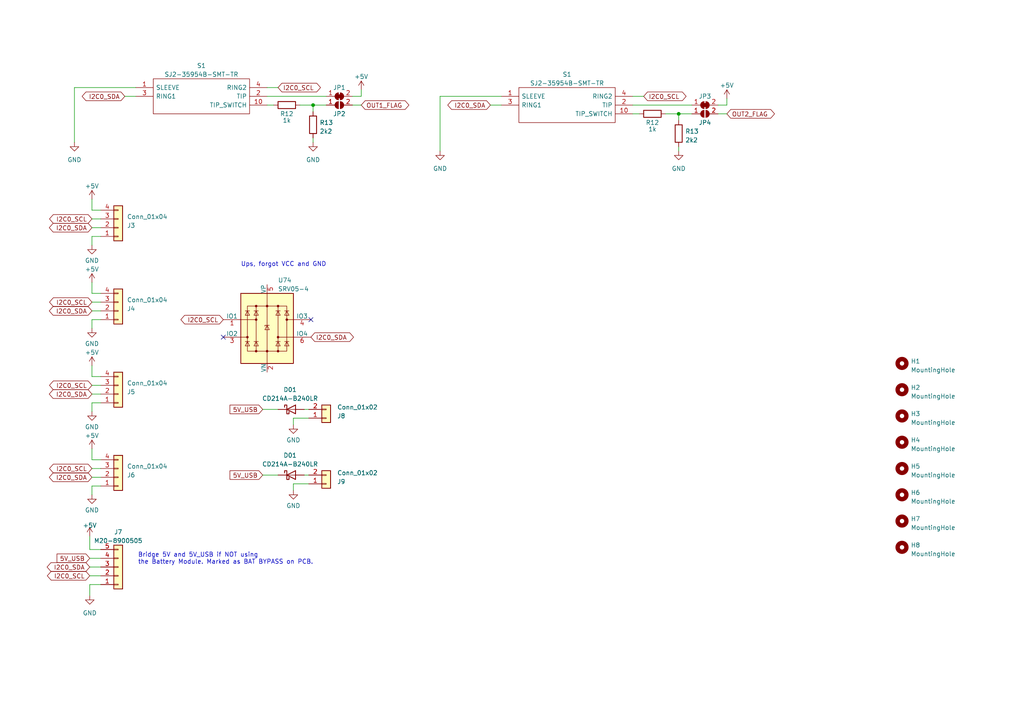
<source format=kicad_sch>
(kicad_sch (version 20230121) (generator eeschema)
  (paper "A4")
  (lib_symbols
    (symbol "Connector_Generic:Conn_01x02" (pin_names (offset 1.016) hide)
      (property "Reference" "J" (at 0 2.54 0))
      (property "Value" "Conn_01x02" (at 0 -5.08 0))
      (symbol "Conn_01x02_1_1"
        (rectangle (start -1.27 -2.413) (end 0 -2.667) (stroke (width 0.1524)))
        (rectangle (start -1.27 0.127) (end 0 -0.127) (stroke (width 0.1524)))
        (rectangle (start -1.27 1.27) (end 1.27 -3.81) (stroke (width 0.254)) (fill (type background)))
        (pin passive line (at -5.08 0 0) (length 3.81) (name "Pin_1") (number "1"))
        (pin passive line (at -5.08 -2.54 0) (length 3.81) (name "Pin_2") (number "2"))
      )
    )
    (symbol "Connector_Generic:Conn_01x04" (pin_names (offset 1.016) hide)
      (property "Reference" "J" (at 0 5.08 0))
      (property "Value" "Conn_01x04" (at 0 -7.62 0))
      (symbol "Conn_01x04_1_1"
        (rectangle (start -1.27 -4.953) (end 0 -5.207) (stroke (width 0.1524)))
        (rectangle (start -1.27 -2.413) (end 0 -2.667) (stroke (width 0.1524)))
        (rectangle (start -1.27 0.127) (end 0 -0.127) (stroke (width 0.1524)))
        (rectangle (start -1.27 2.667) (end 0 2.413) (stroke (width 0.1524)))
        (rectangle (start -1.27 3.81) (end 1.27 -6.35) (stroke (width 0.254)) (fill (type background)))
        (pin passive line (at -5.08 2.54 0) (length 3.81) (name "Pin_1") (number "1"))
        (pin passive line (at -5.08 0 0) (length 3.81) (name "Pin_2") (number "2"))
        (pin passive line (at -5.08 -2.54 0) (length 3.81) (name "Pin_3") (number "3"))
        (pin passive line (at -5.08 -5.08 0) (length 3.81) (name "Pin_4") (number "4"))
      )
    )
    (symbol "Connector_Generic:Conn_01x05" (pin_names (offset 1.016) hide)
      (property "Reference" "J" (at 0 7.62 0))
      (property "Value" "Conn_01x05" (at 0 -7.62 0))
      (symbol "Conn_01x05_1_1"
        (rectangle (start -1.27 -4.953) (end 0 -5.207) (stroke (width 0.1524)))
        (rectangle (start -1.27 -2.413) (end 0 -2.667) (stroke (width 0.1524)))
        (rectangle (start -1.27 0.127) (end 0 -0.127) (stroke (width 0.1524)))
        (rectangle (start -1.27 2.667) (end 0 2.413) (stroke (width 0.1524)))
        (rectangle (start -1.27 5.207) (end 0 4.953) (stroke (width 0.1524)))
        (rectangle (start -1.27 6.35) (end 1.27 -6.35) (stroke (width 0.254)) (fill (type background)))
        (pin passive line (at -5.08 5.08 0) (length 3.81) (name "Pin_1") (number "1"))
        (pin passive line (at -5.08 2.54 0) (length 3.81) (name "Pin_2") (number "2"))
        (pin passive line (at -5.08 0 0) (length 3.81) (name "Pin_3") (number "3"))
        (pin passive line (at -5.08 -2.54 0) (length 3.81) (name "Pin_4") (number "4"))
        (pin passive line (at -5.08 -5.08 0) (length 3.81) (name "Pin_5") (number "5"))
      )
    )
    (symbol "Device:D_Schottky" (pin_numbers hide) (pin_names (offset 1.016) hide)
      (property "Reference" "D" (at 0 2.54 0))
      (property "Value" "D_Schottky" (at 0 -2.54 0))
      (symbol "D_Schottky_0_1"
        (polyline (pts (xy 1.27 0) (xy -1.27 0)))
        (polyline (pts (xy 1.27 1.27) (xy 1.27 -1.27) (xy -1.27 0) (xy 1.27 1.27)) (stroke (width 0.254)))
        (polyline (pts (xy -1.905 0.635) (xy -1.905 1.27) (xy -1.27 1.27) (xy -1.27 -1.27) (xy -0.635 -1.27) (xy -0.635 -0.635)) (stroke (width 0.254)))
      )
      (symbol "D_Schottky_1_1"
        (pin passive line (at -3.81 0 0) (length 2.54) (name "K") (number "1"))
        (pin passive line (at 3.81 0 180) (length 2.54) (name "A") (number "2"))
      )
    )
    (symbol "Device:R" (pin_numbers hide) (pin_names (offset 0))
      (property "Reference" "R" (at 2.032 0 90))
      (property "Value" "R" (at 0 0 90))
      (symbol "R_0_1"
        (rectangle (start -1.016 -2.54) (end 1.016 2.54) (stroke (width 0.254)))
      )
      (symbol "R_1_1"
        (pin passive line (at 0 3.81 270) (length 1.27) (name "~") (number "1"))
        (pin passive line (at 0 -3.81 90) (length 1.27) (name "~") (number "2"))
      )
    )
    (symbol "Jumper:SolderJumper_2_Bridged" (pin_names (offset 0) hide)
      (property "Reference" "JP" (at 0 2.032 0))
      (property "Value" "SolderJumper_2_Bridged" (at 0 -2.54 0))
      (symbol "SolderJumper_2_Bridged_0_1"
        (rectangle (start -0.508 0.508) (end 0.508 -0.508) (fill (type outline)))
        (arc (start -0.254 1.016) (mid -1.2656 0) (end -0.254 -1.016))
        (arc (start -0.254 1.016) (mid -1.2656 0) (end -0.254 -1.016) (fill (type outline)))
        (polyline (pts (xy -0.254 1.016) (xy -0.254 -1.016)))
        (polyline (pts (xy 0.254 1.016) (xy 0.254 -1.016)))
        (arc (start 0.254 -1.016) (mid 1.2656 0) (end 0.254 1.016))
        (arc (start 0.254 -1.016) (mid 1.2656 0) (end 0.254 1.016) (fill (type outline)))
      )
      (symbol "SolderJumper_2_Bridged_1_1"
        (pin passive line (at -3.81 0 0) (length 2.54) (name "A") (number "1"))
        (pin passive line (at 3.81 0 180) (length 2.54) (name "B") (number "2"))
      )
    )
    (symbol "Jumper:SolderJumper_2_Open" (pin_names (offset 0) hide)
      (property "Reference" "JP" (at 0 2.032 0))
      (property "Value" "SolderJumper_2_Open" (at 0 -2.54 0))
      (symbol "SolderJumper_2_Open_0_1"
        (arc (start -0.254 1.016) (mid -1.2656 0) (end -0.254 -1.016))
        (arc (start -0.254 1.016) (mid -1.2656 0) (end -0.254 -1.016) (fill (type outline)))
        (polyline (pts (xy -0.254 1.016) (xy -0.254 -1.016)))
        (polyline (pts (xy 0.254 1.016) (xy 0.254 -1.016)))
        (arc (start 0.254 -1.016) (mid 1.2656 0) (end 0.254 1.016))
        (arc (start 0.254 -1.016) (mid 1.2656 0) (end 0.254 1.016) (fill (type outline)))
      )
      (symbol "SolderJumper_2_Open_1_1"
        (pin passive line (at -3.81 0 0) (length 2.54) (name "A") (number "1"))
        (pin passive line (at 3.81 0 180) (length 2.54) (name "B") (number "2"))
      )
    )
    (symbol "Mechanical:MountingHole" (pin_names (offset 1.016))
      (property "Reference" "H" (at 0 5.08 0))
      (property "Value" "MountingHole" (at 0 3.175 0))
      (symbol "MountingHole_0_1"
        (circle (center 0 0) (radius 1.27) (stroke (width 1.27)))
      )
    )
    (symbol "Power_Protection:SRV05-4" (pin_names (offset 0))
      (property "Reference" "U" (at -5.08 11.43 0))
      (property "Value" "SRV05-4" (at 2.54 11.43 0))
      (symbol "SRV05-4_0_0"
        (rectangle (start -5.715 6.477) (end 5.715 -6.604))
        (polyline (pts (xy -3.175 -6.604) (xy -3.175 6.477)))
        (polyline (pts (xy 3.175 6.477) (xy 3.175 -6.604)))
      )
      (symbol "SRV05-4_0_1"
        (rectangle (start -7.62 10.16) (end 7.62 -10.16) (stroke (width 0.254)) (fill (type background)))
        (circle (center -5.715 -2.54) (radius 0.2794) (fill (type outline)))
        (circle (center -3.175 -6.604) (radius 0.2794) (fill (type outline)))
        (circle (center -3.175 2.54) (radius 0.2794) (fill (type outline)))
        (circle (center -3.175 6.477) (radius 0.2794) (fill (type outline)))
        (circle (center 0 -6.604) (radius 0.2794) (fill (type outline)))
        (polyline (pts (xy -7.747 2.54) (xy -3.175 2.54)))
        (polyline (pts (xy -7.62 -2.54) (xy -5.715 -2.54)))
        (polyline (pts (xy -5.08 -3.81) (xy -6.35 -3.81)))
        (polyline (pts (xy -5.08 5.08) (xy -6.35 5.08)))
        (polyline (pts (xy -2.54 -3.81) (xy -3.81 -3.81)))
        (polyline (pts (xy -2.54 5.08) (xy -3.81 5.08)))
        (polyline (pts (xy 0 10.16) (xy 0 -10.16)))
        (polyline (pts (xy 3.81 -3.81) (xy 2.54 -3.81)))
        (polyline (pts (xy 3.81 5.08) (xy 2.54 5.08)))
        (polyline (pts (xy 6.35 -3.81) (xy 5.08 -3.81)))
        (polyline (pts (xy 6.35 5.08) (xy 5.08 5.08)))
        (polyline (pts (xy 7.62 -2.54) (xy 3.175 -2.54)))
        (polyline (pts (xy 7.62 2.54) (xy 5.715 2.54)))
        (polyline (pts (xy 0.635 0.889) (xy -0.635 0.889) (xy -0.635 0.635)))
        (polyline (pts (xy -5.08 -5.08) (xy -6.35 -5.08) (xy -5.715 -3.81) (xy -5.08 -5.08)))
        (polyline (pts (xy -5.08 3.81) (xy -6.35 3.81) (xy -5.715 5.08) (xy -5.08 3.81)))
        (polyline (pts (xy -2.54 -5.08) (xy -3.81 -5.08) (xy -3.175 -3.81) (xy -2.54 -5.08)))
        (polyline (pts (xy -2.54 3.81) (xy -3.81 3.81) (xy -3.175 5.08) (xy -2.54 3.81)))
        (polyline (pts (xy 0.635 -0.381) (xy -0.635 -0.381) (xy 0 0.889) (xy 0.635 -0.381)))
        (polyline (pts (xy 3.81 -5.08) (xy 2.54 -5.08) (xy 3.175 -3.81) (xy 3.81 -5.08)))
        (polyline (pts (xy 3.81 3.81) (xy 2.54 3.81) (xy 3.175 5.08) (xy 3.81 3.81)))
        (polyline (pts (xy 6.35 -5.08) (xy 5.08 -5.08) (xy 5.715 -3.81) (xy 6.35 -5.08)))
        (polyline (pts (xy 6.35 3.81) (xy 5.08 3.81) (xy 5.715 5.08) (xy 6.35 3.81)))
        (circle (center 0 6.477) (radius 0.2794) (fill (type outline)))
        (circle (center 3.175 -6.604) (radius 0.2794) (fill (type outline)))
        (circle (center 3.175 -2.54) (radius 0.2794) (fill (type outline)))
        (circle (center 3.175 6.477) (radius 0.2794) (fill (type outline)))
        (circle (center 5.715 2.54) (radius 0.2794) (fill (type outline)))
      )
      (symbol "SRV05-4_1_1"
        (pin passive line (at -12.7 2.54 0) (length 5.08) (name "IO1") (number "1"))
        (pin passive line (at 0 -12.7 90) (length 2.54) (name "VN") (number "2"))
        (pin passive line (at -12.7 -2.54 0) (length 5.08) (name "IO2") (number "3"))
        (pin passive line (at 12.7 2.54 180) (length 5.08) (name "IO3") (number "4"))
        (pin passive line (at 0 12.7 270) (length 2.54) (name "VP") (number "5"))
        (pin passive line (at 12.7 -2.54 180) (length 5.08) (name "IO4") (number "6"))
      )
    )
    (symbol "SamacSys_Parts:SJ2-35954B-SMT-TR" (pin_names (offset 0.762))
      (property "Reference" "S" (at 34.29 7.62 0))
      (property "Value" "SJ2-35954B-SMT-TR" (at 34.29 5.08 0))
      (symbol "SJ2-35954B-SMT-TR_0_0"
        (pin passive line (at 0 0 0) (length 5.08) (name "SLEEVE") (number "1"))
        (pin passive line (at 38.1 -5.08 180) (length 5.08) (name "TIP_SWITCH") (number "10"))
        (pin passive line (at 38.1 -2.54 180) (length 5.08) (name "TIP") (number "2"))
        (pin passive line (at 0 -2.54 0) (length 5.08) (name "RING1") (number "3"))
        (pin passive line (at 38.1 0 180) (length 5.08) (name "RING2") (number "4"))
      )
      (symbol "SJ2-35954B-SMT-TR_0_1"
        (polyline (pts (xy 5.08 2.54) (xy 33.02 2.54) (xy 33.02 -7.62) (xy 5.08 -7.62) (xy 5.08 2.54)) (stroke (width 0.1524)))
      )
    )
    (symbol "power:+5V" (power) (pin_names (offset 0))
      (property "Value" "+5V" (at 0 3.556 0))
      (symbol "+5V_0_1"
        (polyline (pts (xy -0.762 1.27) (xy 0 2.54)))
        (polyline (pts (xy 0 0) (xy 0 2.54)))
        (polyline (pts (xy 0 2.54) (xy 0.762 1.27)))
      )
      (symbol "+5V_1_1"
        (pin power_in line (at 0 0 90) (length 0) hide (name "+5V") (number "1"))
      )
    )
    (symbol "power:GND" (power) (pin_names (offset 0))
      (property "Value" "GND" (at 0 -3.81 0))
      (symbol "GND_0_1"
        (polyline (pts (xy 0 0) (xy 0 -1.27) (xy 1.27 -1.27) (xy 0 -2.54) (xy -1.27 -1.27) (xy 0 -1.27)))
      )
      (symbol "GND_1_1"
        (pin power_in line (at 0 0 270) (length 0) hide (name "GND") (number "1"))
      )
    )
  )
  (junction (at 196.85 33.02))
  (junction (at 90.805 30.48))
  (no_connect (at 64.77 97.79))
  (no_connect (at 90.17 92.71))
  (wire (pts (xy 183.515 30.48) (xy 200.66 30.48)))
  (wire (pts (xy 208.28 30.48) (xy 210.82 30.48)))
  (wire (pts (xy 29.21 133.35) (xy 26.67 133.35)))
  (wire (pts (xy 85.09 140.335) (xy 85.09 142.24)))
  (wire (pts (xy 26.67 138.43) (xy 29.21 138.43)))
  (wire (pts (xy 29.21 109.22) (xy 26.67 109.22)))
  (wire (pts (xy 26.035 164.465) (xy 29.21 164.465)))
  (wire (pts (xy 76.2 137.795) (xy 80.645 137.795)))
  (wire (pts (xy 29.21 68.58) (xy 26.67 68.58)))
  (wire (pts (xy 90.805 30.48) (xy 86.995 30.48)))
  (wire (pts (xy 90.805 32.385) (xy 90.805 30.48)))
  (wire (pts (xy 26.67 114.3) (xy 29.21 114.3)))
  (wire (pts (xy 77.47 25.4) (xy 80.645 25.4)))
  (wire (pts (xy 26.67 140.97) (xy 26.67 143.51)))
  (wire (pts (xy 29.21 92.71) (xy 26.67 92.71)))
  (wire (pts (xy 26.67 66.04) (xy 29.21 66.04)))
  (wire (pts (xy 26.67 92.71) (xy 26.67 95.25)))
  (wire (pts (xy 102.235 27.94) (xy 104.775 27.94)))
  (wire (pts (xy 77.47 27.94) (xy 94.615 27.94)))
  (wire (pts (xy 104.775 27.94) (xy 104.775 26.035)))
  (wire (pts (xy 29.21 159.385) (xy 26.035 159.385)))
  (wire (pts (xy 145.415 27.94) (xy 127.635 27.94)))
  (wire (pts (xy 29.21 116.84) (xy 26.67 116.84)))
  (wire (pts (xy 196.85 34.925) (xy 196.85 33.02)))
  (wire (pts (xy 21.59 25.4) (xy 21.59 41.275)))
  (wire (pts (xy 196.85 33.02) (xy 200.66 33.02)))
  (wire (pts (xy 26.67 116.84) (xy 26.67 119.38)))
  (wire (pts (xy 26.67 133.35) (xy 26.67 130.175)))
  (wire (pts (xy 26.67 60.96) (xy 26.67 57.785)))
  (wire (pts (xy 102.235 30.48) (xy 104.775 30.48)))
  (wire (pts (xy 29.21 140.97) (xy 26.67 140.97)))
  (wire (pts (xy 196.85 42.545) (xy 196.85 43.815)))
  (wire (pts (xy 26.67 63.5) (xy 29.21 63.5)))
  (wire (pts (xy 142.24 30.48) (xy 145.415 30.48)))
  (wire (pts (xy 26.67 109.22) (xy 26.67 106.045)))
  (wire (pts (xy 89.535 140.335) (xy 85.09 140.335)))
  (wire (pts (xy 36.195 27.94) (xy 39.37 27.94)))
  (wire (pts (xy 26.035 167.005) (xy 29.21 167.005)))
  (wire (pts (xy 26.035 161.925) (xy 29.21 161.925)))
  (wire (pts (xy 26.035 169.545) (xy 26.035 172.72)))
  (wire (pts (xy 39.37 25.4) (xy 21.59 25.4)))
  (wire (pts (xy 29.21 85.09) (xy 26.67 85.09)))
  (wire (pts (xy 127.635 27.94) (xy 127.635 43.815)))
  (wire (pts (xy 26.67 111.76) (xy 29.21 111.76)))
  (wire (pts (xy 208.28 33.02) (xy 210.82 33.02)))
  (wire (pts (xy 26.035 159.385) (xy 26.035 155.575)))
  (wire (pts (xy 77.47 30.48) (xy 79.375 30.48)))
  (wire (pts (xy 88.265 137.795) (xy 89.535 137.795)))
  (wire (pts (xy 29.21 60.96) (xy 26.67 60.96)))
  (wire (pts (xy 90.805 40.005) (xy 90.805 41.275)))
  (wire (pts (xy 210.82 30.48) (xy 210.82 28.575)))
  (wire (pts (xy 26.67 68.58) (xy 26.67 71.12)))
  (wire (pts (xy 183.515 27.94) (xy 186.69 27.94)))
  (wire (pts (xy 90.805 30.48) (xy 94.615 30.48)))
  (wire (pts (xy 196.85 33.02) (xy 193.04 33.02)))
  (wire (pts (xy 26.67 90.17) (xy 29.21 90.17)))
  (wire (pts (xy 26.67 135.89) (xy 29.21 135.89)))
  (wire (pts (xy 183.515 33.02) (xy 185.42 33.02)))
  (wire (pts (xy 26.67 87.63) (xy 29.21 87.63)))
  (wire (pts (xy 89.535 121.285) (xy 85.09 121.285)))
  (wire (pts (xy 88.265 118.745) (xy 89.535 118.745)))
  (wire (pts (xy 26.67 85.09) (xy 26.67 81.915)))
  (wire (pts (xy 85.09 121.285) (xy 85.09 123.19)))
  (wire (pts (xy 29.21 169.545) (xy 26.035 169.545)))
  (wire (pts (xy 76.2 118.745) (xy 80.645 118.745)))
  (text "Ups, forgot VCC and GND" (at 69.85 77.47 0) (effects (font (size 1.27 1.27)) (justify left bottom)))
  (text "Bridge 5V and 5V_USB if NOT using\nthe Battery Module. Marked as BAT BYPASS on PCB." (at 40.005 163.83 0) (effects (font (size 1.27 1.27)) (justify left bottom)))
  (global_label "5V_USB" (shape input) (at 76.2 118.745 180) (property "Intersheetrefs" "${INTERSHEET_REFS}" (effects hide)))
  (global_label "I2C0_SCL" (shape bidirectional) (at 64.77 92.71 180) (property "Intersheetrefs" "${INTERSHEET_REFS}" (effects hide)))
  (global_label "I2C0_SCL" (shape bidirectional) (at 26.67 63.5 180) (property "Intersheetrefs" "${INTERSHEET_REFS}" (effects hide)))
  (global_label "I2C0_SCL" (shape bidirectional) (at 26.67 135.89 180) (property "Intersheetrefs" "${INTERSHEET_REFS}" (effects hide)))
  (global_label "I2C0_SDA" (shape bidirectional) (at 142.24 30.48 180) (property "Intersheetrefs" "${INTERSHEET_REFS}" (effects hide)))
  (global_label "I2C0_SDA" (shape bidirectional) (at 26.67 138.43 180) (property "Intersheetrefs" "${INTERSHEET_REFS}" (effects hide)))
  (global_label "5V_USB" (shape input) (at 26.035 161.925 180) (property "Intersheetrefs" "${INTERSHEET_REFS}" (effects hide)))
  (global_label "I2C0_SDA" (shape bidirectional) (at 36.195 27.94 180) (property "Intersheetrefs" "${INTERSHEET_REFS}" (effects hide)))
  (global_label "I2C0_SCL" (shape bidirectional) (at 80.645 25.4 0) (property "Intersheetrefs" "${INTERSHEET_REFS}" (effects hide)))
  (global_label "I2C0_SDA" (shape bidirectional) (at 26.67 66.04 180) (property "Intersheetrefs" "${INTERSHEET_REFS}" (effects hide)))
  (global_label "I2C0_SDA" (shape bidirectional) (at 26.67 114.3 180) (property "Intersheetrefs" "${INTERSHEET_REFS}" (effects hide)))
  (global_label "I2C0_SDA" (shape bidirectional) (at 26.67 90.17 180) (property "Intersheetrefs" "${INTERSHEET_REFS}" (effects hide)))
  (global_label "I2C0_SDA" (shape bidirectional) (at 90.17 97.79 0) (property "Intersheetrefs" "${INTERSHEET_REFS}" (effects hide)))
  (global_label "OUT2_FLAG" (shape bidirectional) (at 210.82 33.02 0) (property "Intersheetrefs" "${INTERSHEET_REFS}" (effects hide)))
  (global_label "I2C0_SCL" (shape bidirectional) (at 26.67 111.76 180) (property "Intersheetrefs" "${INTERSHEET_REFS}" (effects hide)))
  (global_label "I2C0_SDA" (shape bidirectional) (at 26.035 164.465 180) (property "Intersheetrefs" "${INTERSHEET_REFS}" (effects hide)))
  (global_label "I2C0_SCL" (shape bidirectional) (at 186.69 27.94 0) (property "Intersheetrefs" "${INTERSHEET_REFS}" (effects hide)))
  (global_label "OUT1_FLAG" (shape bidirectional) (at 104.775 30.48 0) (property "Intersheetrefs" "${INTERSHEET_REFS}" (effects hide)))
  (global_label "I2C0_SCL" (shape bidirectional) (at 26.67 87.63 180) (property "Intersheetrefs" "${INTERSHEET_REFS}" (effects hide)))
  (global_label "I2C0_SCL" (shape bidirectional) (at 26.035 167.005 180) (property "Intersheetrefs" "${INTERSHEET_REFS}" (effects hide)))
  (global_label "5V_USB" (shape input) (at 76.2 137.795 180) (property "Intersheetrefs" "${INTERSHEET_REFS}" (effects hide)))
  (symbol (lib_id "Power_Protection:SRV05-4") (at 77.47 95.25 0) (unit 1)
    (property "Reference" "U74" (at 80.6197 81.28 0) (effects (justify left)))
    (property "Value" "SRV05-4" (at 80.6197 83.82 0) (effects (justify left)))
    (property "Footprint" "Package_TO_SOT_SMD:SOT-23-6" (effects hide))
    (property "Datasheet" "http://www.onsemi.com/pub/Collateral/SRV05-4-D.PDF" (effects hide))
  )
  (symbol (lib_id "power:GND") (at 196.85 43.815 0) (unit 1)
    (property "Reference" "#PWR028" (effects hide))
    (property "Value" "GND" (at 196.85 48.895 0))
    (instances (project "The Typeuwu" (path "" (reference "#PWR028") (unit 1)) (path "" (reference "#PWR068") (unit 1))))
  )
  (symbol (lib_id "power:GND") (at 90.805 41.275 0) (unit 1)
    (property "Reference" "#PWR028" (effects hide))
    (property "Value" "GND" (at 90.805 46.355 0))
  )
  (symbol (lib_id "power:+5V") (at 26.035 155.575 0) (unit 1)
    (property "Reference" "#PWR095" (effects hide))
    (property "Value" "+5V" (at 26.035 152.4 0))
  )
  (symbol (lib_id "Mechanical:MountingHole") (at 261.62 128.27 0) (unit 1)
    (property "Reference" "H4" (at 264.16 127.635 0) (effects (justify left)))
    (property "Value" "MountingHole" (at 264.16 130.175 0) (effects (justify left)))
    (property "Footprint" "MountingHole:MountingHole_3.2mm_M3_DIN965_Pad" (effects hide))
  )
  (symbol (lib_id "Jumper:SolderJumper_2_Open") (at 204.47 33.02 0) (unit 1)
    (property "Reference" "JP4" (at 204.47 35.56 0))
    (property "Value" "SolderJumper_2_Open" (effects hide))
    (property "Footprint" "Jumper:SolderJumper-2_P1.3mm_Open_Pad1.0x1.5mm" (effects hide))
  )
  (symbol (lib_id "Device:R") (at 196.85 38.735 180) (unit 1)
    (property "Reference" "R13" (at 198.755 38.1 0) (effects (justify right)))
    (property "Value" "2k2" (at 198.755 40.64 0) (effects (justify right)))
    (property "Footprint" "Resistor_SMD:R_0603_1608Metric" (effects hide))
    (instances (project "The Typeuwu" (path "" (reference "R13") (unit 1)) (path "" (reference "R16") (unit 1))))
  )
  (symbol (lib_id "Device:R") (at 90.805 36.195 180) (unit 1)
    (property "Reference" "R13" (at 92.71 35.56 0) (effects (justify right)))
    (property "Value" "2k2" (at 92.71 38.1 0) (effects (justify right)))
    (property "Footprint" "Resistor_SMD:R_0603_1608Metric" (effects hide))
  )
  (symbol (lib_id "power:GND") (at 26.67 95.25 0) (unit 1)
    (property "Reference" "#PWR038" (effects hide))
    (property "Value" "GND" (at 26.67 99.695 0))
  )
  (symbol (lib_id "power:+5V") (at 26.67 106.045 0) (unit 1)
    (property "Reference" "#PWR026" (effects hide))
    (property "Value" "+5V" (at 26.67 102.235 0))
    (instances (project "The Typeuwu" (path "" (reference "#PWR026") (unit 1)) (path "" (reference "#PWR041") (unit 1))))
  )
  (symbol (lib_id "Jumper:SolderJumper_2_Open") (at 98.425 30.48 0) (unit 1)
    (property "Reference" "JP2" (at 98.425 33.02 0))
    (property "Value" "SolderJumper_2_Open" (effects hide))
    (property "Footprint" "Jumper:SolderJumper-2_P1.3mm_Open_Pad1.0x1.5mm" (effects hide))
  )
  (symbol (lib_id "Device:D_Schottky") (at 84.455 118.745 0) (unit 1)
    (property "Reference" "D01" (at 84.1375 113.03 0))
    (property "Value" "CD214A-B240LR" (at 84.1375 115.57 0))
    (property "Footprint" "Diode_custom:CD214A-B240LR" (effects hide))
    (instances (project "The Typeuwu" (path "" (reference "D01") (unit 1)) (path "" (reference "D02") (unit 1))))
  )
  (symbol (lib_id "Mechanical:MountingHole") (at 261.62 143.51 0) (unit 1)
    (property "Reference" "H6" (at 264.16 142.875 0) (effects (justify left)))
    (property "Value" "MountingHole" (at 264.16 145.415 0) (effects (justify left)))
    (property "Footprint" "MountingHole:MountingHole_3.2mm_M3_DIN965_Pad" (effects hide))
  )
  (symbol (lib_id "power:GND") (at 85.09 142.24 0) (unit 1)
    (property "Reference" "#PWR098" (effects hide))
    (property "Value" "GND" (at 85.09 146.685 0))
  )
  (symbol (lib_id "Connector_Generic:Conn_01x02") (at 94.615 140.335 0) (mirror x) (unit 1)
    (property "Reference" "J9" (at 97.79 139.7 0) (effects (justify left)))
    (property "Value" "Conn_01x02" (at 97.79 137.16 0) (effects (justify left)))
    (property "Footprint" "Connector_custom:POGO Magnetic 2 Pin 2,8mm Horizontal" (effects hide))
  )
  (symbol (lib_id "Device:R") (at 189.23 33.02 90) (unit 1)
    (property "Reference" "R12" (at 189.23 35.56 90))
    (property "Value" "1k" (at 189.23 37.465 90))
    (property "Footprint" "Resistor_SMD:R_0603_1608Metric" (effects hide))
    (instances (project "The Typeuwu" (path "" (reference "R12") (unit 1)) (path "" (reference "R15") (unit 1))))
  )
  (symbol (lib_id "Connector_Generic:Conn_01x02") (at 94.615 121.285 0) (mirror x) (unit 1)
    (property "Reference" "J8" (at 97.79 120.65 0) (effects (justify left)))
    (property "Value" "Conn_01x02" (at 97.79 118.11 0) (effects (justify left)))
    (property "Footprint" "Connector_custom:POGO Magnetic 2 Pin 2,8mm Horizontal" (effects hide))
  )
  (symbol (lib_id "Mechanical:MountingHole") (at 261.62 120.65 0) (unit 1)
    (property "Reference" "H3" (at 264.16 120.015 0) (effects (justify left)))
    (property "Value" "MountingHole" (at 264.16 122.555 0) (effects (justify left)))
    (property "Footprint" "MountingHole:MountingHole_3.2mm_M3_DIN965_Pad" (effects hide))
  )
  (symbol (lib_id "SamacSys_Parts:SJ2-35954B-SMT-TR") (at 39.37 25.4 0) (unit 1)
    (property "Reference" "S1" (at 58.42 19.05 0))
    (property "Value" "SJ2-35954B-SMT-TR" (at 58.42 21.59 0))
    (property "Footprint" "SamacSys:SJ235954BSMTTR" (effects hide))
    (property "Datasheet" "https://www.arrow.com/en/products/sj2-35954b-smt-tr/cui-devices" (effects hide))
    (property "Description" "Phone Connectors 3.5mm Audio Jack SMT 4conductr Tip switc-1" (effects hide))
    (property "Height" "4.15" (effects hide))
    (property "Mouser Part Number" "490-SJ2-35954BSMT-TR" (effects hide))
    (property "Mouser Price/Stock" "https://www.mouser.co.uk/ProductDetail/CUI-Devices/SJ2-35954B-SMT-TR?qs=DXv0QSHKF4xFg%252BzFD15Yig%3D%3D" (effects hide))
    (property "Manufacturer_Name" "CUI Inc." (effects hide))
    (property "Manufacturer_Part_Number" "SJ2-35954B-SMT-TR" (effects hide))
  )
  (symbol (lib_id "Connector_Generic:Conn_01x04") (at 34.29 90.17 0) (mirror x) (unit 1)
    (property "Reference" "J4" (at 36.83 89.535 0) (effects (justify left)))
    (property "Value" "Conn_01x04" (at 36.83 86.995 0) (effects (justify left)))
    (property "Footprint" "Connector_custom:POGO Magnetic 4 Pin 2,2mm Horizontal" (effects hide))
  )
  (symbol (lib_id "power:+5V") (at 26.67 130.175 0) (unit 1)
    (property "Reference" "#PWR026" (effects hide))
    (property "Value" "+5V" (at 26.67 126.365 0))
    (instances (project "The Typeuwu" (path "" (reference "#PWR026") (unit 1)) (path "" (reference "#PWR056") (unit 1))))
  )
  (symbol (lib_id "power:+5V") (at 210.82 28.575 0) (unit 1)
    (property "Reference" "#PWR026" (effects hide))
    (property "Value" "+5V" (at 210.82 24.765 0))
    (instances (project "The Typeuwu" (path "" (reference "#PWR026") (unit 1)) (path "" (reference "#PWR062") (unit 1))))
  )
  (symbol (lib_id "Connector_Generic:Conn_01x04") (at 34.29 138.43 0) (mirror x) (unit 1)
    (property "Reference" "J6" (at 36.83 137.795 0) (effects (justify left)))
    (property "Value" "Conn_01x04" (at 36.83 135.255 0) (effects (justify left)))
    (property "Footprint" "Connector_custom:POGO Magnetic 4 Pin 2,2mm Horizontal" (effects hide))
  )
  (symbol (lib_id "power:GND") (at 21.59 41.275 0) (unit 1)
    (property "Reference" "#PWR027" (effects hide))
    (property "Value" "GND" (at 21.59 46.355 0))
  )
  (symbol (lib_id "Mechanical:MountingHole") (at 261.62 135.89 0) (unit 1)
    (property "Reference" "H5" (at 264.16 135.255 0) (effects (justify left)))
    (property "Value" "MountingHole" (at 264.16 137.795 0) (effects (justify left)))
    (property "Footprint" "MountingHole:MountingHole_3.2mm_M3_DIN965_Pad" (effects hide))
  )
  (symbol (lib_id "power:GND") (at 26.035 172.72 0) (unit 1)
    (property "Reference" "#PWR092" (effects hide))
    (property "Value" "GND" (at 26.035 177.8 0))
  )
  (symbol (lib_id "Jumper:SolderJumper_2_Bridged") (at 98.425 27.94 0) (unit 1)
    (property "Reference" "JP1" (at 98.425 25.4 0))
    (property "Value" "SolderJumper_2_Bridged" (effects hide))
    (property "Footprint" "Jumper:SolderJumper-2_P1.3mm_Bridged_Pad1.0x1.5mm" (effects hide))
  )
  (symbol (lib_id "Mechanical:MountingHole") (at 261.62 105.41 0) (unit 1)
    (property "Reference" "H1" (at 264.16 104.775 0) (effects (justify left)))
    (property "Value" "MountingHole" (at 264.16 107.315 0) (effects (justify left)))
    (property "Footprint" "MountingHole:MountingHole_3.2mm_M3_DIN965_Pad" (effects hide))
  )
  (symbol (lib_id "Mechanical:MountingHole") (at 261.62 158.75 0) (unit 1)
    (property "Reference" "H8" (at 264.16 158.115 0) (effects (justify left)))
    (property "Value" "MountingHole" (at 264.16 160.655 0) (effects (justify left)))
    (property "Footprint" "MountingHole:MountingHole_3.2mm_M3_DIN965_Pad" (effects hide))
  )
  (symbol (lib_id "Mechanical:MountingHole") (at 261.62 113.03 0) (unit 1)
    (property "Reference" "H2" (at 264.16 112.395 0) (effects (justify left)))
    (property "Value" "MountingHole" (at 264.16 114.935 0) (effects (justify left)))
    (property "Footprint" "MountingHole:MountingHole_3.2mm_M3_DIN965_Pad" (effects hide))
  )
  (symbol (lib_id "power:GND") (at 26.67 143.51 0) (unit 1)
    (property "Reference" "#PWR059" (effects hide))
    (property "Value" "GND" (at 26.67 147.955 0))
  )
  (symbol (lib_id "power:+5V") (at 104.775 26.035 0) (unit 1)
    (property "Reference" "#PWR026" (effects hide))
    (property "Value" "+5V" (at 104.775 22.225 0))
  )
  (symbol (lib_id "Device:R") (at 83.185 30.48 90) (unit 1)
    (property "Reference" "R12" (at 83.185 33.02 90))
    (property "Value" "1k" (at 83.185 34.925 90))
    (property "Footprint" "Resistor_SMD:R_0603_1608Metric" (effects hide))
  )
  (symbol (lib_id "Device:D_Schottky") (at 84.455 137.795 0) (unit 1)
    (property "Reference" "D01" (at 84.1375 132.08 0))
    (property "Value" "CD214A-B240LR" (at 84.1375 134.62 0))
    (property "Footprint" "Diode_custom:CD214A-B240LR" (effects hide))
    (instances (project "The Typeuwu" (path "" (reference "D01") (unit 1)) (path "" (reference "D03") (unit 1))))
  )
  (symbol (lib_id "Connector_Generic:Conn_01x05") (at 34.29 164.465 0) (mirror x) (unit 1)
    (property "Reference" "J7" (at 34.29 154.305 0))
    (property "Value" "M20-8900505" (at 34.29 156.845 0))
    (property "Footprint" "Connector_Harwin:Harwin_M20-89005xx_1x05_P2.54mm_Horizontal" (effects hide))
  )
  (symbol (lib_id "Connector_Generic:Conn_01x04") (at 34.29 114.3 0) (mirror x) (unit 1)
    (property "Reference" "J5" (at 36.83 113.665 0) (effects (justify left)))
    (property "Value" "Conn_01x04" (at 36.83 111.125 0) (effects (justify left)))
    (property "Footprint" "Connector_custom:POGO Magnetic 4 Pin 2,2mm Horizontal" (effects hide))
  )
  (symbol (lib_id "Mechanical:MountingHole") (at 261.62 151.13 0) (unit 1)
    (property "Reference" "H7" (at 264.16 150.495 0) (effects (justify left)))
    (property "Value" "MountingHole" (at 264.16 153.035 0) (effects (justify left)))
    (property "Footprint" "MountingHole:MountingHole_3.2mm_M3_DIN965_Pad" (effects hide))
  )
  (symbol (lib_id "power:+5V") (at 26.67 57.785 0) (unit 1)
    (property "Reference" "#PWR026" (effects hide))
    (property "Value" "+5V" (at 26.67 53.975 0))
    (instances (project "The Typeuwu" (path "" (reference "#PWR026") (unit 1)) (path "" (reference "#PWR032") (unit 1))))
  )
  (symbol (lib_id "Connector_Generic:Conn_01x04") (at 34.29 66.04 0) (mirror x) (unit 1)
    (property "Reference" "J3" (at 36.83 65.405 0) (effects (justify left)))
    (property "Value" "Conn_01x04" (at 36.83 62.865 0) (effects (justify left)))
    (property "Footprint" "Connector_custom:POGO Magnetic 4 Pin 2,2mm Horizontal" (effects hide))
  )
  (symbol (lib_id "power:GND") (at 127.635 43.815 0) (unit 1)
    (property "Reference" "#PWR027" (effects hide))
    (property "Value" "GND" (at 127.635 48.895 0))
    (instances (project "The Typeuwu" (path "" (reference "#PWR027") (unit 1)) (path "" (reference "#PWR065") (unit 1))))
  )
  (symbol (lib_id "power:GND") (at 26.67 119.38 0) (unit 1)
    (property "Reference" "#PWR044" (effects hide))
    (property "Value" "GND" (at 26.67 123.825 0))
  )
  (symbol (lib_id "Jumper:SolderJumper_2_Bridged") (at 204.47 30.48 0) (unit 1)
    (property "Reference" "JP3" (at 204.47 27.94 0))
    (property "Value" "SolderJumper_2_Bridged" (effects hide))
    (property "Footprint" "Jumper:SolderJumper-2_P1.3mm_Bridged_Pad1.0x1.5mm" (effects hide))
  )
  (symbol (lib_id "power:GND") (at 26.67 71.12 0) (unit 1)
    (property "Reference" "#PWR030" (effects hide))
    (property "Value" "GND" (at 26.67 75.565 0))
  )
  (symbol (lib_id "power:+5V") (at 26.67 81.915 0) (unit 1)
    (property "Reference" "#PWR026" (effects hide))
    (property "Value" "+5V" (at 26.67 78.105 0))
    (instances (project "The Typeuwu" (path "" (reference "#PWR026") (unit 1)) (path "" (reference "#PWR035") (unit 1))))
  )
  (symbol (lib_id "power:GND") (at 85.09 123.19 0) (unit 1)
    (property "Reference" "#PWR0101" (effects hide))
    (property "Value" "GND" (at 85.09 127.635 0))
  )
  (symbol (lib_id "SamacSys_Parts:SJ2-35954B-SMT-TR") (at 145.415 27.94 0) (unit 1)
    (property "Reference" "S1" (at 164.465 21.59 0))
    (property "Value" "SJ2-35954B-SMT-TR" (at 164.465 24.13 0))
    (property "Footprint" "SamacSys:SJ235954BSMTTR" (effects hide))
    (property "Datasheet" "https://www.arrow.com/en/products/sj2-35954b-smt-tr/cui-devices" (effects hide))
    (property "Description" "Phone Connectors 3.5mm Audio Jack SMT 4conductr Tip switc-1" (effects hide))
    (property "Height" "4.15" (effects hide))
    (property "Mouser Part Number" "490-SJ2-35954BSMT-TR" (effects hide))
    (property "Mouser Price/Stock" "https://www.mouser.co.uk/ProductDetail/CUI-Devices/SJ2-35954B-SMT-TR?qs=DXv0QSHKF4xFg%252BzFD15Yig%3D%3D" (effects hide))
    (property "Manufacturer_Name" "CUI Inc." (effects hide))
    (property "Manufacturer_Part_Number" "SJ2-35954B-SMT-TR" (effects hide))
    (instances (project "The Typeuwu" (path "" (reference "S1") (unit 1)) (path "" (reference "S2") (unit 1))))
  )
)
</source>
